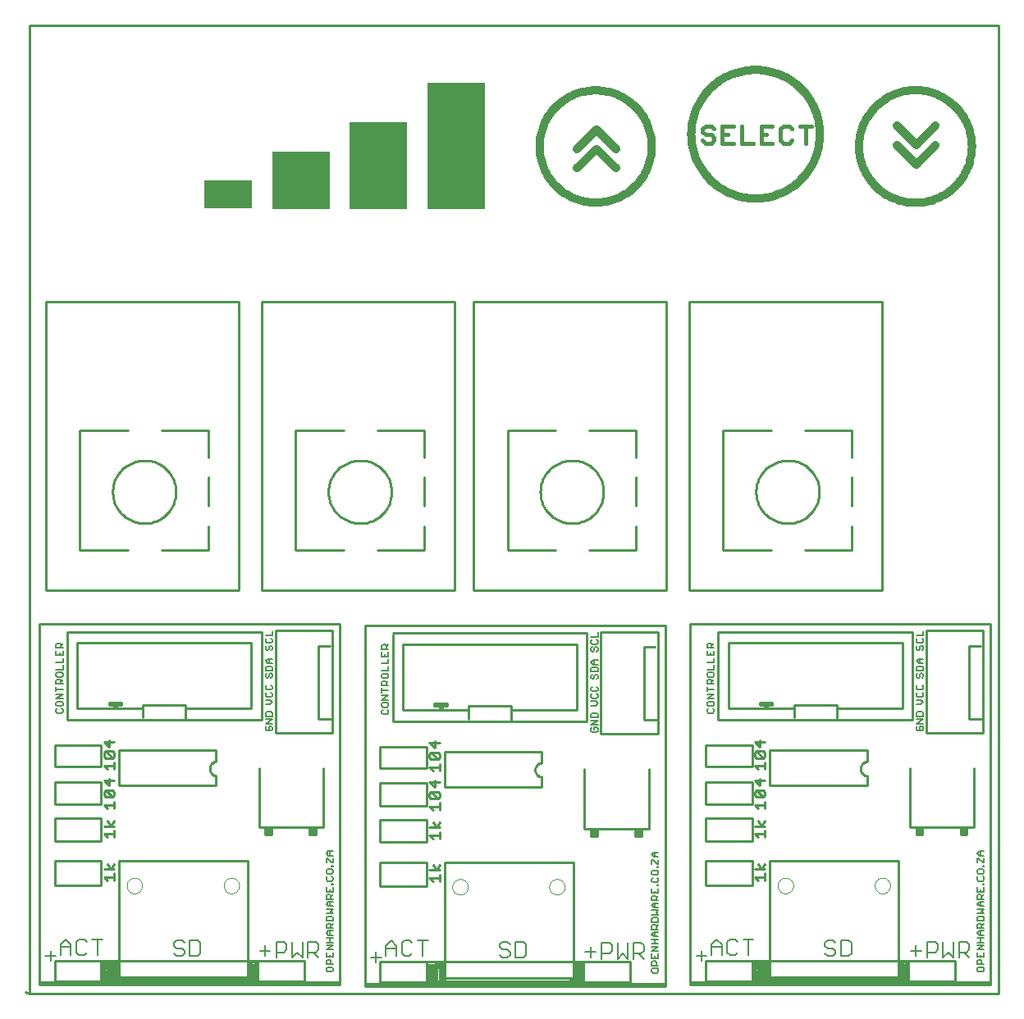
<source format=gbo>
G75*
G70*
%OFA0B0*%
%FSLAX24Y24*%
%IPPOS*%
%LPD*%
%AMOC8*
5,1,8,0,0,1.08239X$1,22.5*
%
%ADD10C,0.0100*%
%ADD11C,0.0060*%
%ADD12C,0.0090*%
%ADD13C,0.0050*%
%ADD14R,0.2362X0.3543*%
%ADD15R,0.2362X0.5118*%
%ADD16R,0.2362X0.2362*%
%ADD17R,0.1969X0.1181*%
%ADD18C,0.0320*%
%ADD19C,0.0170*%
%ADD20C,0.0000*%
D10*
X000304Y002050D02*
X000304Y041420D01*
X039674Y041420D01*
X039674Y002050D01*
X000304Y002050D01*
X000150Y002101D01*
X000714Y002408D02*
X000714Y002511D01*
X009426Y002511D01*
X009426Y002716D01*
X009375Y002665D02*
X009375Y003228D01*
X009324Y003228D01*
X009324Y003280D01*
X009221Y003280D01*
X009221Y002665D01*
X009068Y002665D01*
X009170Y002716D02*
X003943Y002716D01*
X003943Y007431D01*
X009170Y007431D01*
X009170Y002716D01*
X009273Y002665D02*
X009273Y003331D01*
X009478Y003331D01*
X009478Y002613D01*
X003840Y002613D01*
X003840Y003280D01*
X003276Y003280D01*
X003276Y003177D02*
X003584Y003177D01*
X003789Y003177D01*
X003789Y003228D01*
X003738Y003228D01*
X003738Y002613D01*
X003276Y002613D01*
X003276Y003075D01*
X003584Y003075D01*
X003584Y002767D01*
X003635Y002767D01*
X003635Y002716D01*
X003584Y002716D02*
X003584Y003126D01*
X003635Y003126D01*
X003635Y002665D01*
X003584Y002716D02*
X003533Y002716D01*
X003533Y002665D01*
X003481Y002665D01*
X003481Y002972D01*
X003430Y002972D01*
X003430Y002665D01*
X003379Y002665D01*
X003379Y002972D01*
X003328Y003023D02*
X003328Y002767D01*
X003225Y002562D02*
X003225Y003382D01*
X001329Y003382D01*
X001329Y002562D01*
X003225Y002562D01*
X009734Y002562D01*
X009580Y002562D02*
X009580Y003382D01*
X003225Y003382D01*
X003584Y003331D02*
X003584Y003177D01*
X003584Y003075D02*
X003635Y003075D01*
X003481Y003023D02*
X003481Y002972D01*
X003584Y003331D02*
X003840Y003331D01*
X003840Y002665D01*
X003789Y002665D01*
X003840Y002665D02*
X003943Y002665D01*
X000714Y002511D02*
X000714Y017066D01*
X012911Y017066D01*
X012911Y002408D01*
X000714Y002408D01*
X001329Y006457D02*
X001329Y007431D01*
X003225Y007431D01*
X003225Y006457D01*
X001329Y006457D01*
X001329Y008251D02*
X001329Y009173D01*
X003225Y009173D01*
X003225Y008251D01*
X001329Y008251D01*
X001329Y009737D02*
X001329Y010660D01*
X003225Y010660D01*
X003225Y009737D01*
X001329Y009737D01*
X001329Y011275D02*
X001329Y012146D01*
X003225Y012146D01*
X003225Y011275D01*
X001329Y011275D01*
X001841Y013171D02*
X001841Y016707D01*
X001841Y016758D02*
X009734Y016758D01*
X009734Y013171D01*
X001841Y013171D01*
X002251Y013632D02*
X003738Y013632D01*
X003738Y013786D01*
X004045Y013786D01*
X004045Y013837D01*
X004045Y013888D01*
X003943Y013888D01*
X003635Y013888D01*
X003635Y013837D01*
X003943Y013837D01*
X003943Y013888D01*
X003943Y013837D02*
X004045Y013837D01*
X003840Y013735D02*
X003840Y013683D01*
X003789Y013683D02*
X003789Y013735D01*
X003840Y013735D01*
X003738Y013786D02*
X003533Y013786D01*
X003533Y013888D01*
X003635Y013888D01*
X003738Y013632D02*
X004865Y013632D01*
X004916Y013786D02*
X004916Y013273D01*
X004916Y013786D02*
X006659Y013786D01*
X006659Y013632D01*
X009324Y013632D01*
X009324Y016297D01*
X002251Y016297D01*
X002251Y013632D01*
X003943Y011941D02*
X003943Y010506D01*
X007889Y010506D01*
X007889Y010916D01*
X007837Y010915D02*
X007806Y010926D01*
X007776Y010940D01*
X007747Y010958D01*
X007721Y010979D01*
X007698Y011003D01*
X007677Y011029D01*
X007660Y011058D01*
X007646Y011088D01*
X007635Y011120D01*
X007629Y011152D01*
X007626Y011186D01*
X007627Y011219D01*
X007632Y011252D01*
X007641Y011284D01*
X007653Y011315D01*
X007669Y011345D01*
X007688Y011372D01*
X007711Y011397D01*
X007736Y011419D01*
X007763Y011438D01*
X007792Y011454D01*
X007823Y011466D01*
X007856Y011475D01*
X007889Y011480D01*
X007889Y011941D01*
X003943Y011941D01*
X006659Y013222D02*
X006659Y013632D01*
X009631Y011223D02*
X009631Y008815D01*
X010144Y008815D01*
X010144Y008507D01*
X009888Y008507D01*
X009888Y008763D01*
X009990Y008763D02*
X009990Y008610D01*
X010041Y008610D01*
X010041Y008763D01*
X009990Y008763D01*
X009990Y008610D02*
X009939Y008610D01*
X010041Y008610D02*
X010041Y008558D01*
X010144Y008815D02*
X011681Y008815D01*
X011681Y008507D01*
X011938Y008507D01*
X011938Y008763D01*
X011886Y008763D02*
X011886Y008712D01*
X011835Y008712D01*
X011835Y008610D01*
X011886Y008610D01*
X011886Y008558D01*
X011784Y008558D02*
X011784Y008763D01*
X011886Y008763D01*
X011681Y008815D02*
X012245Y008815D01*
X012245Y011223D01*
X012604Y012658D02*
X010298Y012658D01*
X010298Y016810D01*
X012604Y016810D01*
X012604Y013222D01*
X012040Y013222D01*
X012040Y016195D01*
X012501Y016195D01*
X013936Y017015D02*
X026134Y017015D01*
X026134Y002357D01*
X013936Y002357D01*
X013936Y002460D01*
X022649Y002460D01*
X022649Y002665D01*
X022598Y002613D02*
X022598Y003177D01*
X022546Y003177D01*
X022546Y003228D01*
X022444Y003228D01*
X022444Y002613D01*
X022290Y002613D01*
X022393Y002665D02*
X017165Y002665D01*
X017165Y007380D01*
X022393Y007380D01*
X022393Y002665D01*
X022495Y002613D02*
X022598Y002613D01*
X022495Y002613D02*
X022495Y003280D01*
X022700Y003280D01*
X022700Y002562D01*
X017063Y002562D01*
X017063Y003228D01*
X016499Y003228D01*
X016499Y003126D02*
X016806Y003126D01*
X017011Y003126D01*
X017011Y003177D01*
X016960Y003177D01*
X016960Y002562D01*
X016499Y002562D01*
X016499Y003023D01*
X016806Y003023D01*
X016806Y002716D01*
X016858Y002716D01*
X016858Y002665D01*
X016858Y002613D02*
X016858Y003075D01*
X016806Y003075D01*
X016806Y002665D01*
X016755Y002665D01*
X016755Y002613D01*
X016704Y002613D01*
X016704Y002921D01*
X016653Y002921D01*
X016653Y002613D01*
X016601Y002613D01*
X016601Y002921D01*
X016550Y002972D02*
X016550Y002716D01*
X016448Y002511D02*
X016448Y003331D01*
X014551Y003331D01*
X014551Y002511D01*
X016448Y002511D01*
X022956Y002511D01*
X022803Y002511D02*
X022803Y003331D01*
X016448Y003331D01*
X016806Y003280D02*
X016806Y003126D01*
X016806Y003023D02*
X016858Y003023D01*
X016704Y002972D02*
X016704Y002921D01*
X016806Y003280D02*
X017063Y003280D01*
X017063Y002613D01*
X017011Y002613D01*
X017063Y002613D02*
X017165Y002613D01*
X013936Y002460D02*
X013936Y017015D01*
X015064Y016707D02*
X022956Y016707D01*
X022956Y013120D01*
X015064Y013120D01*
X015064Y016656D01*
X015474Y016246D02*
X015474Y013581D01*
X016960Y013581D01*
X016960Y013735D01*
X017268Y013735D01*
X017268Y013786D01*
X017268Y013837D01*
X017165Y013837D01*
X016858Y013837D01*
X016858Y013786D01*
X017165Y013786D01*
X017165Y013837D01*
X017165Y013786D02*
X017268Y013786D01*
X017063Y013683D02*
X017063Y013632D01*
X017063Y013683D02*
X017011Y013683D01*
X017011Y013632D01*
X016960Y013581D02*
X018088Y013581D01*
X018139Y013735D02*
X019881Y013735D01*
X019881Y013581D01*
X022546Y013581D01*
X022546Y016246D01*
X015474Y016246D01*
X017575Y018450D02*
X009734Y018450D01*
X009734Y030186D01*
X017575Y030186D01*
X017575Y018450D01*
X018344Y018450D02*
X026185Y018450D01*
X026185Y030186D01*
X018344Y030186D01*
X018344Y018450D01*
X019728Y020090D02*
X021675Y020090D01*
X023059Y020090D02*
X024955Y020090D01*
X024955Y021063D01*
X024955Y021883D02*
X024955Y023062D01*
X024955Y023831D02*
X024955Y024958D01*
X023059Y024958D01*
X021675Y024958D02*
X019728Y024958D01*
X019728Y020090D01*
X021059Y022447D02*
X021061Y022518D01*
X021067Y022589D01*
X021077Y022660D01*
X021091Y022730D01*
X021108Y022799D01*
X021130Y022867D01*
X021155Y022933D01*
X021184Y022999D01*
X021216Y023062D01*
X021252Y023124D01*
X021291Y023183D01*
X021334Y023240D01*
X021380Y023295D01*
X021428Y023347D01*
X021480Y023397D01*
X021534Y023443D01*
X021590Y023486D01*
X021649Y023526D01*
X021710Y023563D01*
X021773Y023596D01*
X021838Y023626D01*
X021904Y023652D01*
X021972Y023675D01*
X022041Y023693D01*
X022111Y023708D01*
X022181Y023719D01*
X022252Y023726D01*
X022323Y023729D01*
X022394Y023728D01*
X022466Y023723D01*
X022536Y023714D01*
X022606Y023701D01*
X022676Y023685D01*
X022744Y023664D01*
X022811Y023640D01*
X022877Y023612D01*
X022940Y023580D01*
X023002Y023545D01*
X023062Y023507D01*
X023120Y023465D01*
X023176Y023420D01*
X023228Y023372D01*
X023278Y023321D01*
X023326Y023268D01*
X023370Y023212D01*
X023411Y023154D01*
X023448Y023093D01*
X023482Y023031D01*
X023513Y022966D01*
X023540Y022900D01*
X023564Y022833D01*
X023583Y022764D01*
X023599Y022695D01*
X023611Y022625D01*
X023619Y022554D01*
X023623Y022483D01*
X023623Y022411D01*
X023619Y022340D01*
X023611Y022269D01*
X023599Y022199D01*
X023583Y022130D01*
X023564Y022061D01*
X023540Y021994D01*
X023513Y021928D01*
X023482Y021863D01*
X023448Y021801D01*
X023411Y021740D01*
X023370Y021682D01*
X023326Y021626D01*
X023278Y021573D01*
X023228Y021522D01*
X023176Y021474D01*
X023120Y021429D01*
X023062Y021387D01*
X023002Y021349D01*
X022940Y021314D01*
X022877Y021282D01*
X022811Y021254D01*
X022744Y021230D01*
X022676Y021209D01*
X022606Y021193D01*
X022536Y021180D01*
X022466Y021171D01*
X022394Y021166D01*
X022323Y021165D01*
X022252Y021168D01*
X022181Y021175D01*
X022111Y021186D01*
X022041Y021201D01*
X021972Y021219D01*
X021904Y021242D01*
X021838Y021268D01*
X021773Y021298D01*
X021710Y021331D01*
X021649Y021368D01*
X021590Y021408D01*
X021534Y021451D01*
X021480Y021497D01*
X021428Y021547D01*
X021380Y021599D01*
X021334Y021654D01*
X021291Y021711D01*
X021252Y021770D01*
X021216Y021832D01*
X021184Y021895D01*
X021155Y021961D01*
X021130Y022027D01*
X021108Y022095D01*
X021091Y022164D01*
X021077Y022234D01*
X021067Y022305D01*
X021061Y022376D01*
X021059Y022447D01*
X016345Y021883D02*
X016345Y023062D01*
X016345Y023831D02*
X016345Y024958D01*
X014449Y024958D01*
X013065Y024958D02*
X011118Y024958D01*
X011118Y020090D01*
X013065Y020090D01*
X014449Y020090D02*
X016345Y020090D01*
X016345Y021063D01*
X012449Y022447D02*
X012451Y022518D01*
X012457Y022589D01*
X012467Y022660D01*
X012481Y022730D01*
X012498Y022799D01*
X012520Y022867D01*
X012545Y022933D01*
X012574Y022999D01*
X012606Y023062D01*
X012642Y023124D01*
X012681Y023183D01*
X012724Y023240D01*
X012770Y023295D01*
X012818Y023347D01*
X012870Y023397D01*
X012924Y023443D01*
X012980Y023486D01*
X013039Y023526D01*
X013100Y023563D01*
X013163Y023596D01*
X013228Y023626D01*
X013294Y023652D01*
X013362Y023675D01*
X013431Y023693D01*
X013501Y023708D01*
X013571Y023719D01*
X013642Y023726D01*
X013713Y023729D01*
X013784Y023728D01*
X013856Y023723D01*
X013926Y023714D01*
X013996Y023701D01*
X014066Y023685D01*
X014134Y023664D01*
X014201Y023640D01*
X014267Y023612D01*
X014330Y023580D01*
X014392Y023545D01*
X014452Y023507D01*
X014510Y023465D01*
X014566Y023420D01*
X014618Y023372D01*
X014668Y023321D01*
X014716Y023268D01*
X014760Y023212D01*
X014801Y023154D01*
X014838Y023093D01*
X014872Y023031D01*
X014903Y022966D01*
X014930Y022900D01*
X014954Y022833D01*
X014973Y022764D01*
X014989Y022695D01*
X015001Y022625D01*
X015009Y022554D01*
X015013Y022483D01*
X015013Y022411D01*
X015009Y022340D01*
X015001Y022269D01*
X014989Y022199D01*
X014973Y022130D01*
X014954Y022061D01*
X014930Y021994D01*
X014903Y021928D01*
X014872Y021863D01*
X014838Y021801D01*
X014801Y021740D01*
X014760Y021682D01*
X014716Y021626D01*
X014668Y021573D01*
X014618Y021522D01*
X014566Y021474D01*
X014510Y021429D01*
X014452Y021387D01*
X014392Y021349D01*
X014330Y021314D01*
X014267Y021282D01*
X014201Y021254D01*
X014134Y021230D01*
X014066Y021209D01*
X013996Y021193D01*
X013926Y021180D01*
X013856Y021171D01*
X013784Y021166D01*
X013713Y021165D01*
X013642Y021168D01*
X013571Y021175D01*
X013501Y021186D01*
X013431Y021201D01*
X013362Y021219D01*
X013294Y021242D01*
X013228Y021268D01*
X013163Y021298D01*
X013100Y021331D01*
X013039Y021368D01*
X012980Y021408D01*
X012924Y021451D01*
X012870Y021497D01*
X012818Y021547D01*
X012770Y021599D01*
X012724Y021654D01*
X012681Y021711D01*
X012642Y021770D01*
X012606Y021832D01*
X012574Y021895D01*
X012545Y021961D01*
X012520Y022027D01*
X012498Y022095D01*
X012481Y022164D01*
X012467Y022234D01*
X012457Y022305D01*
X012451Y022376D01*
X012449Y022447D01*
X008811Y018450D02*
X000970Y018450D01*
X000970Y030186D01*
X008811Y030186D01*
X008811Y018450D01*
X007581Y020090D02*
X007581Y021063D01*
X007581Y021883D02*
X007581Y023062D01*
X007581Y023831D02*
X007581Y024958D01*
X005685Y024958D01*
X004301Y024958D02*
X002354Y024958D01*
X002354Y020090D01*
X004301Y020090D01*
X005685Y020090D02*
X007581Y020090D01*
X003686Y022447D02*
X003688Y022518D01*
X003694Y022589D01*
X003704Y022660D01*
X003718Y022730D01*
X003735Y022799D01*
X003757Y022867D01*
X003782Y022933D01*
X003811Y022999D01*
X003843Y023062D01*
X003879Y023124D01*
X003918Y023183D01*
X003961Y023240D01*
X004007Y023295D01*
X004055Y023347D01*
X004107Y023397D01*
X004161Y023443D01*
X004217Y023486D01*
X004276Y023526D01*
X004337Y023563D01*
X004400Y023596D01*
X004465Y023626D01*
X004531Y023652D01*
X004599Y023675D01*
X004668Y023693D01*
X004738Y023708D01*
X004808Y023719D01*
X004879Y023726D01*
X004950Y023729D01*
X005021Y023728D01*
X005093Y023723D01*
X005163Y023714D01*
X005233Y023701D01*
X005303Y023685D01*
X005371Y023664D01*
X005438Y023640D01*
X005504Y023612D01*
X005567Y023580D01*
X005629Y023545D01*
X005689Y023507D01*
X005747Y023465D01*
X005803Y023420D01*
X005855Y023372D01*
X005905Y023321D01*
X005953Y023268D01*
X005997Y023212D01*
X006038Y023154D01*
X006075Y023093D01*
X006109Y023031D01*
X006140Y022966D01*
X006167Y022900D01*
X006191Y022833D01*
X006210Y022764D01*
X006226Y022695D01*
X006238Y022625D01*
X006246Y022554D01*
X006250Y022483D01*
X006250Y022411D01*
X006246Y022340D01*
X006238Y022269D01*
X006226Y022199D01*
X006210Y022130D01*
X006191Y022061D01*
X006167Y021994D01*
X006140Y021928D01*
X006109Y021863D01*
X006075Y021801D01*
X006038Y021740D01*
X005997Y021682D01*
X005953Y021626D01*
X005905Y021573D01*
X005855Y021522D01*
X005803Y021474D01*
X005747Y021429D01*
X005689Y021387D01*
X005629Y021349D01*
X005567Y021314D01*
X005504Y021282D01*
X005438Y021254D01*
X005371Y021230D01*
X005303Y021209D01*
X005233Y021193D01*
X005163Y021180D01*
X005093Y021171D01*
X005021Y021166D01*
X004950Y021165D01*
X004879Y021168D01*
X004808Y021175D01*
X004738Y021186D01*
X004668Y021201D01*
X004599Y021219D01*
X004531Y021242D01*
X004465Y021268D01*
X004400Y021298D01*
X004337Y021331D01*
X004276Y021368D01*
X004217Y021408D01*
X004161Y021451D01*
X004107Y021497D01*
X004055Y021547D01*
X004007Y021599D01*
X003961Y021654D01*
X003918Y021711D01*
X003879Y021770D01*
X003843Y021832D01*
X003811Y021895D01*
X003782Y021961D01*
X003757Y022027D01*
X003735Y022095D01*
X003718Y022164D01*
X003704Y022234D01*
X003694Y022305D01*
X003688Y022376D01*
X003686Y022447D01*
X012604Y013222D02*
X012604Y012658D01*
X014551Y012095D02*
X014551Y011223D01*
X016448Y011223D01*
X016448Y012095D01*
X014551Y012095D01*
X014551Y010608D02*
X014551Y009686D01*
X016448Y009686D01*
X016448Y010608D01*
X014551Y010608D01*
X014551Y009122D02*
X014551Y008200D01*
X016448Y008200D01*
X016448Y009122D01*
X014551Y009122D01*
X014551Y007380D02*
X014551Y006406D01*
X016448Y006406D01*
X016448Y007380D01*
X014551Y007380D01*
X017165Y010455D02*
X017165Y011890D01*
X021111Y011890D01*
X021111Y011428D01*
X021111Y011429D02*
X021078Y011424D01*
X021045Y011415D01*
X021014Y011403D01*
X020985Y011387D01*
X020958Y011368D01*
X020933Y011346D01*
X020910Y011321D01*
X020891Y011294D01*
X020875Y011264D01*
X020863Y011233D01*
X020854Y011201D01*
X020849Y011168D01*
X020848Y011135D01*
X020851Y011101D01*
X020857Y011069D01*
X020868Y011037D01*
X020882Y011007D01*
X020899Y010978D01*
X020920Y010952D01*
X020943Y010928D01*
X020969Y010907D01*
X020998Y010889D01*
X021028Y010875D01*
X021059Y010864D01*
X021111Y010865D02*
X021111Y010455D01*
X017165Y010455D01*
X018139Y013222D02*
X018139Y013735D01*
X016960Y013735D02*
X016755Y013735D01*
X016755Y013837D01*
X016858Y013837D01*
X019881Y013581D02*
X019881Y013171D01*
X022854Y011172D02*
X022854Y008763D01*
X023366Y008763D01*
X023366Y008456D01*
X023110Y008456D01*
X023110Y008712D01*
X023213Y008712D02*
X023213Y008558D01*
X023264Y008558D01*
X023264Y008712D01*
X023213Y008712D01*
X023213Y008558D02*
X023161Y008558D01*
X023264Y008558D02*
X023264Y008507D01*
X023366Y008763D02*
X024904Y008763D01*
X024904Y008456D01*
X025160Y008456D01*
X025160Y008712D01*
X025109Y008712D02*
X025109Y008661D01*
X025058Y008661D01*
X025058Y008558D01*
X025109Y008558D01*
X025109Y008507D01*
X025006Y008507D02*
X025006Y008712D01*
X025109Y008712D01*
X024904Y008763D02*
X025468Y008763D01*
X025468Y011172D01*
X025826Y012607D02*
X023520Y012607D01*
X023520Y016758D01*
X025826Y016758D01*
X025826Y013171D01*
X025263Y013171D01*
X025263Y016143D01*
X025724Y016143D01*
X027159Y017066D02*
X039356Y017066D01*
X039356Y002408D01*
X027159Y002408D01*
X027159Y002511D01*
X035871Y002511D01*
X035871Y002716D01*
X035820Y002665D02*
X035820Y003228D01*
X035769Y003228D01*
X035769Y003280D01*
X035666Y003280D01*
X035666Y002665D01*
X035513Y002665D01*
X035615Y002716D02*
X030388Y002716D01*
X030388Y007431D01*
X035615Y007431D01*
X035615Y002716D01*
X035718Y002665D02*
X035820Y002665D01*
X035718Y002665D02*
X035718Y003331D01*
X035923Y003331D01*
X035923Y002613D01*
X030285Y002613D01*
X030285Y003280D01*
X029721Y003280D01*
X029721Y003177D02*
X030029Y003177D01*
X030234Y003177D01*
X030234Y003228D01*
X030183Y003228D01*
X030183Y002613D01*
X029721Y002613D01*
X029721Y003075D01*
X030029Y003075D01*
X030029Y002767D01*
X030080Y002767D01*
X030080Y002716D01*
X030029Y002716D02*
X029978Y002716D01*
X029978Y002665D01*
X029926Y002665D01*
X029926Y002972D01*
X029875Y002972D01*
X029875Y002665D01*
X029824Y002665D01*
X029824Y002972D01*
X029773Y003023D02*
X029773Y002767D01*
X029670Y002562D02*
X029670Y003382D01*
X027774Y003382D01*
X027774Y002562D01*
X029670Y002562D01*
X036179Y002562D01*
X036025Y002562D02*
X036025Y003382D01*
X029670Y003382D01*
X030029Y003331D02*
X030029Y003177D01*
X030029Y003126D02*
X030029Y002716D01*
X030080Y002665D02*
X030080Y003126D01*
X030029Y003126D01*
X030029Y003075D02*
X030080Y003075D01*
X029926Y003023D02*
X029926Y002972D01*
X030029Y003331D02*
X030285Y003331D01*
X030285Y002665D01*
X030234Y002665D01*
X030285Y002665D02*
X030388Y002665D01*
X027159Y002511D02*
X027159Y017066D01*
X028286Y016758D02*
X036179Y016758D01*
X036179Y013171D01*
X028286Y013171D01*
X028286Y016707D01*
X028696Y016297D02*
X028696Y013632D01*
X030183Y013632D01*
X030183Y013786D01*
X030490Y013786D01*
X030490Y013837D01*
X030490Y013888D01*
X030388Y013888D01*
X030080Y013888D01*
X030080Y013837D01*
X030388Y013837D01*
X030388Y013888D01*
X030388Y013837D02*
X030490Y013837D01*
X030285Y013735D02*
X030285Y013683D01*
X030234Y013683D02*
X030234Y013735D01*
X030285Y013735D01*
X030183Y013786D02*
X029978Y013786D01*
X029978Y013888D01*
X030080Y013888D01*
X030183Y013632D02*
X031310Y013632D01*
X031361Y013786D02*
X031361Y013273D01*
X031361Y013786D02*
X033104Y013786D01*
X033104Y013632D01*
X035769Y013632D01*
X035769Y016297D01*
X028696Y016297D01*
X027108Y018450D02*
X034949Y018450D01*
X034949Y030186D01*
X027108Y030186D01*
X027108Y018450D01*
X028491Y020090D02*
X030439Y020090D01*
X031823Y020090D02*
X033719Y020090D01*
X033719Y021063D01*
X033719Y021883D02*
X033719Y023062D01*
X033719Y023831D02*
X033719Y024958D01*
X031823Y024958D01*
X030439Y024958D02*
X028491Y024958D01*
X028491Y020090D01*
X029823Y022447D02*
X029825Y022518D01*
X029831Y022589D01*
X029841Y022660D01*
X029855Y022730D01*
X029872Y022799D01*
X029894Y022867D01*
X029919Y022933D01*
X029948Y022999D01*
X029980Y023062D01*
X030016Y023124D01*
X030055Y023183D01*
X030098Y023240D01*
X030144Y023295D01*
X030192Y023347D01*
X030244Y023397D01*
X030298Y023443D01*
X030354Y023486D01*
X030413Y023526D01*
X030474Y023563D01*
X030537Y023596D01*
X030602Y023626D01*
X030668Y023652D01*
X030736Y023675D01*
X030805Y023693D01*
X030875Y023708D01*
X030945Y023719D01*
X031016Y023726D01*
X031087Y023729D01*
X031158Y023728D01*
X031230Y023723D01*
X031300Y023714D01*
X031370Y023701D01*
X031440Y023685D01*
X031508Y023664D01*
X031575Y023640D01*
X031641Y023612D01*
X031704Y023580D01*
X031766Y023545D01*
X031826Y023507D01*
X031884Y023465D01*
X031940Y023420D01*
X031992Y023372D01*
X032042Y023321D01*
X032090Y023268D01*
X032134Y023212D01*
X032175Y023154D01*
X032212Y023093D01*
X032246Y023031D01*
X032277Y022966D01*
X032304Y022900D01*
X032328Y022833D01*
X032347Y022764D01*
X032363Y022695D01*
X032375Y022625D01*
X032383Y022554D01*
X032387Y022483D01*
X032387Y022411D01*
X032383Y022340D01*
X032375Y022269D01*
X032363Y022199D01*
X032347Y022130D01*
X032328Y022061D01*
X032304Y021994D01*
X032277Y021928D01*
X032246Y021863D01*
X032212Y021801D01*
X032175Y021740D01*
X032134Y021682D01*
X032090Y021626D01*
X032042Y021573D01*
X031992Y021522D01*
X031940Y021474D01*
X031884Y021429D01*
X031826Y021387D01*
X031766Y021349D01*
X031704Y021314D01*
X031641Y021282D01*
X031575Y021254D01*
X031508Y021230D01*
X031440Y021209D01*
X031370Y021193D01*
X031300Y021180D01*
X031230Y021171D01*
X031158Y021166D01*
X031087Y021165D01*
X031016Y021168D01*
X030945Y021175D01*
X030875Y021186D01*
X030805Y021201D01*
X030736Y021219D01*
X030668Y021242D01*
X030602Y021268D01*
X030537Y021298D01*
X030474Y021331D01*
X030413Y021368D01*
X030354Y021408D01*
X030298Y021451D01*
X030244Y021497D01*
X030192Y021547D01*
X030144Y021599D01*
X030098Y021654D01*
X030055Y021711D01*
X030016Y021770D01*
X029980Y021832D01*
X029948Y021895D01*
X029919Y021961D01*
X029894Y022027D01*
X029872Y022095D01*
X029855Y022164D01*
X029841Y022234D01*
X029831Y022305D01*
X029825Y022376D01*
X029823Y022447D01*
X036743Y016810D02*
X036743Y012658D01*
X039049Y012658D01*
X039049Y013222D01*
X038485Y013222D01*
X038485Y016195D01*
X038946Y016195D01*
X039049Y016810D02*
X039049Y013222D01*
X038690Y011223D02*
X038690Y008815D01*
X038126Y008815D01*
X038126Y008507D01*
X038383Y008507D01*
X038383Y008763D01*
X038331Y008763D02*
X038331Y008712D01*
X038280Y008712D01*
X038280Y008610D01*
X038331Y008610D01*
X038331Y008558D01*
X038229Y008558D02*
X038229Y008763D01*
X038331Y008763D01*
X038126Y008815D02*
X036589Y008815D01*
X036589Y008507D01*
X036333Y008507D01*
X036333Y008763D01*
X036435Y008763D02*
X036435Y008610D01*
X036486Y008610D01*
X036486Y008763D01*
X036435Y008763D01*
X036435Y008610D02*
X036384Y008610D01*
X036486Y008610D02*
X036486Y008558D01*
X036589Y008815D02*
X036076Y008815D01*
X036076Y011223D01*
X034334Y011480D02*
X034301Y011475D01*
X034268Y011466D01*
X034237Y011454D01*
X034208Y011438D01*
X034181Y011419D01*
X034156Y011397D01*
X034133Y011372D01*
X034114Y011345D01*
X034098Y011315D01*
X034086Y011284D01*
X034077Y011252D01*
X034072Y011219D01*
X034071Y011186D01*
X034074Y011152D01*
X034080Y011120D01*
X034091Y011088D01*
X034105Y011058D01*
X034122Y011029D01*
X034143Y011003D01*
X034166Y010979D01*
X034192Y010958D01*
X034221Y010940D01*
X034251Y010926D01*
X034282Y010915D01*
X034334Y010916D02*
X034334Y010506D01*
X030388Y010506D01*
X030388Y011941D01*
X034334Y011941D01*
X034334Y011480D01*
X033104Y013222D02*
X033104Y013632D01*
X029670Y012146D02*
X029670Y011275D01*
X027774Y011275D01*
X027774Y012146D01*
X029670Y012146D01*
X029670Y010660D02*
X029670Y009737D01*
X027774Y009737D01*
X027774Y010660D01*
X029670Y010660D01*
X029670Y009173D02*
X029670Y008251D01*
X027774Y008251D01*
X027774Y009173D01*
X029670Y009173D01*
X029670Y007431D02*
X027774Y007431D01*
X027774Y006457D01*
X029670Y006457D01*
X029670Y007431D01*
X026083Y002460D02*
X022649Y002460D01*
X022803Y002511D02*
X024699Y002511D01*
X024699Y003331D01*
X022803Y003331D01*
X022649Y003177D02*
X022598Y003177D01*
X025826Y012607D02*
X025826Y013171D01*
X035820Y003228D02*
X035871Y003228D01*
X036025Y003382D02*
X037921Y003382D01*
X037921Y002562D01*
X036025Y002562D01*
X035871Y002511D02*
X039305Y002511D01*
X039049Y016810D02*
X036743Y016810D01*
X012860Y002511D02*
X009426Y002511D01*
X009375Y002665D02*
X009273Y002665D01*
X009580Y002562D02*
X011476Y002562D01*
X011476Y003382D01*
X009580Y003382D01*
X009426Y003228D02*
X009375Y003228D01*
D11*
X009875Y003570D02*
X009875Y003997D01*
X009661Y003784D02*
X010088Y003784D01*
X010328Y003728D02*
X010648Y003728D01*
X010755Y003835D01*
X010755Y004049D01*
X010648Y004155D01*
X010328Y004155D01*
X010328Y003515D01*
X010972Y003515D02*
X011186Y003728D01*
X011399Y003515D01*
X011399Y004155D01*
X011617Y004155D02*
X011617Y003515D01*
X011617Y003728D02*
X011937Y003728D01*
X012044Y003835D01*
X012044Y004049D01*
X011937Y004155D01*
X011617Y004155D01*
X011830Y003728D02*
X012044Y003515D01*
X010972Y003515D02*
X010972Y004155D01*
X014171Y003527D02*
X014598Y003527D01*
X014786Y003566D02*
X014786Y003993D01*
X015000Y004207D01*
X015213Y003993D01*
X015213Y003566D01*
X015431Y003673D02*
X015538Y003566D01*
X015751Y003566D01*
X015858Y003673D01*
X015858Y004100D02*
X015751Y004207D01*
X015538Y004207D01*
X015431Y004100D01*
X015431Y003673D01*
X015213Y003886D02*
X014786Y003886D01*
X014385Y003741D02*
X014385Y003314D01*
X016075Y004207D02*
X016502Y004207D01*
X016289Y004207D02*
X016289Y003566D01*
X019399Y003621D02*
X019506Y003515D01*
X019719Y003515D01*
X019826Y003621D01*
X019826Y003728D01*
X019719Y003835D01*
X019506Y003835D01*
X019399Y003942D01*
X019399Y004049D01*
X019506Y004155D01*
X019719Y004155D01*
X019826Y004049D01*
X020043Y004155D02*
X020043Y003515D01*
X020364Y003515D01*
X020470Y003621D01*
X020470Y004049D01*
X020364Y004155D01*
X020043Y004155D01*
X022884Y003732D02*
X023311Y003732D01*
X023550Y003677D02*
X023870Y003677D01*
X023977Y003784D01*
X023977Y003997D01*
X023870Y004104D01*
X023550Y004104D01*
X023550Y003463D01*
X023097Y003519D02*
X023097Y003946D01*
X024195Y004104D02*
X024195Y003463D01*
X024408Y003677D01*
X024622Y003463D01*
X024622Y004104D01*
X024839Y004104D02*
X024839Y003463D01*
X024839Y003677D02*
X025159Y003677D01*
X025266Y003784D01*
X025266Y003997D01*
X025159Y004104D01*
X024839Y004104D01*
X025053Y003677D02*
X025266Y003463D01*
X027394Y003579D02*
X027821Y003579D01*
X028009Y003617D02*
X028009Y004044D01*
X028222Y004258D01*
X028436Y004044D01*
X028436Y003617D01*
X028653Y003724D02*
X028760Y003617D01*
X028974Y003617D01*
X029080Y003724D01*
X028653Y003724D02*
X028653Y004151D01*
X028760Y004258D01*
X028974Y004258D01*
X029080Y004151D01*
X029298Y004258D02*
X029725Y004258D01*
X029511Y004258D02*
X029511Y003617D01*
X028436Y003937D02*
X028009Y003937D01*
X027607Y003792D02*
X027607Y003365D01*
X032621Y003673D02*
X032728Y003566D01*
X032942Y003566D01*
X033048Y003673D01*
X033048Y003779D01*
X032942Y003886D01*
X032728Y003886D01*
X032621Y003993D01*
X032621Y004100D01*
X032728Y004207D01*
X032942Y004207D01*
X033048Y004100D01*
X033266Y004207D02*
X033266Y003566D01*
X033586Y003566D01*
X033693Y003673D01*
X033693Y004100D01*
X033586Y004207D01*
X033266Y004207D01*
X036106Y003784D02*
X036533Y003784D01*
X036773Y003728D02*
X037093Y003728D01*
X037200Y003835D01*
X037200Y004049D01*
X037093Y004155D01*
X036773Y004155D01*
X036773Y003515D01*
X037417Y003515D02*
X037417Y004155D01*
X037844Y004155D02*
X037844Y003515D01*
X037631Y003728D01*
X037417Y003515D01*
X038062Y003515D02*
X038062Y004155D01*
X038382Y004155D01*
X038489Y004049D01*
X038489Y003835D01*
X038382Y003728D01*
X038062Y003728D01*
X038275Y003728D02*
X038489Y003515D01*
X036320Y003570D02*
X036320Y003997D01*
X007248Y004100D02*
X007248Y003673D01*
X007141Y003566D01*
X006821Y003566D01*
X006821Y004207D01*
X007141Y004207D01*
X007248Y004100D01*
X006603Y004100D02*
X006497Y004207D01*
X006283Y004207D01*
X006176Y004100D01*
X006176Y003993D01*
X006283Y003886D01*
X006497Y003886D01*
X006603Y003779D01*
X006603Y003673D01*
X006497Y003566D01*
X006283Y003566D01*
X006176Y003673D01*
X003280Y004258D02*
X002853Y004258D01*
X003066Y004258D02*
X003066Y003617D01*
X002635Y003724D02*
X002529Y003617D01*
X002315Y003617D01*
X002208Y003724D01*
X002208Y004151D01*
X002315Y004258D01*
X002529Y004258D01*
X002635Y004151D01*
X001991Y004044D02*
X001991Y003617D01*
X001991Y003937D02*
X001564Y003937D01*
X001564Y004044D02*
X001777Y004258D01*
X001991Y004044D01*
X001564Y004044D02*
X001564Y003617D01*
X001376Y003579D02*
X000949Y003579D01*
X001162Y003792D02*
X001162Y003365D01*
D12*
X003470Y006656D02*
X003333Y006793D01*
X003744Y006793D01*
X003744Y006656D02*
X003744Y006930D01*
X003744Y007116D02*
X003333Y007116D01*
X003470Y007322D02*
X003607Y007116D01*
X003744Y007322D01*
X003744Y008398D02*
X003744Y008672D01*
X003744Y008535D02*
X003333Y008535D01*
X003470Y008398D01*
X003333Y008859D02*
X003744Y008859D01*
X003607Y008859D02*
X003470Y009064D01*
X003607Y008859D02*
X003744Y009064D01*
X003744Y009577D02*
X003744Y009851D01*
X003744Y009714D02*
X003333Y009714D01*
X003470Y009577D01*
X003402Y010038D02*
X003333Y010106D01*
X003333Y010243D01*
X003402Y010311D01*
X003675Y010038D01*
X003744Y010106D01*
X003744Y010243D01*
X003675Y010311D01*
X003402Y010311D01*
X003539Y010498D02*
X003539Y010772D01*
X003744Y010703D02*
X003333Y010703D01*
X003539Y010498D01*
X003675Y010038D02*
X003402Y010038D01*
X003470Y011166D02*
X003333Y011303D01*
X003744Y011303D01*
X003744Y011166D02*
X003744Y011440D01*
X003675Y011626D02*
X003402Y011900D01*
X003675Y011900D01*
X003744Y011832D01*
X003744Y011695D01*
X003675Y011626D01*
X003402Y011626D01*
X003333Y011695D01*
X003333Y011832D01*
X003402Y011900D01*
X003539Y012087D02*
X003539Y012360D01*
X003744Y012292D02*
X003333Y012292D01*
X003539Y012087D01*
X016556Y012241D02*
X016761Y012035D01*
X016761Y012309D01*
X016966Y012241D02*
X016556Y012241D01*
X016624Y011849D02*
X016898Y011575D01*
X016966Y011643D01*
X016966Y011780D01*
X016898Y011849D01*
X016624Y011849D01*
X016556Y011780D01*
X016556Y011643D01*
X016624Y011575D01*
X016898Y011575D01*
X016966Y011388D02*
X016966Y011115D01*
X016966Y011251D02*
X016556Y011251D01*
X016693Y011115D01*
X016761Y010720D02*
X016761Y010447D01*
X016556Y010652D01*
X016966Y010652D01*
X016898Y010260D02*
X016624Y010260D01*
X016898Y009986D01*
X016966Y010055D01*
X016966Y010192D01*
X016898Y010260D01*
X016898Y009986D02*
X016624Y009986D01*
X016556Y010055D01*
X016556Y010192D01*
X016624Y010260D01*
X016966Y009800D02*
X016966Y009526D01*
X016966Y009663D02*
X016556Y009663D01*
X016693Y009526D01*
X016693Y009013D02*
X016829Y008808D01*
X016966Y009013D01*
X016966Y008808D02*
X016556Y008808D01*
X016556Y008484D02*
X016966Y008484D01*
X016966Y008347D02*
X016966Y008621D01*
X016693Y008347D02*
X016556Y008484D01*
X016693Y007270D02*
X016829Y007065D01*
X016966Y007270D01*
X016966Y007065D02*
X016556Y007065D01*
X016556Y006741D02*
X016966Y006741D01*
X016966Y006605D02*
X016966Y006878D01*
X016693Y006605D02*
X016556Y006741D01*
X029778Y006793D02*
X029915Y006656D01*
X029778Y006793D02*
X030189Y006793D01*
X030189Y006656D02*
X030189Y006930D01*
X030189Y007116D02*
X029778Y007116D01*
X029915Y007322D02*
X030052Y007116D01*
X030189Y007322D01*
X030189Y008398D02*
X030189Y008672D01*
X030189Y008535D02*
X029778Y008535D01*
X029915Y008398D01*
X029778Y008859D02*
X030189Y008859D01*
X030052Y008859D02*
X029915Y009064D01*
X030052Y008859D02*
X030189Y009064D01*
X030189Y009577D02*
X030189Y009851D01*
X030189Y009714D02*
X029778Y009714D01*
X029915Y009577D01*
X029847Y010038D02*
X029778Y010106D01*
X029778Y010243D01*
X029847Y010311D01*
X030120Y010038D01*
X030189Y010106D01*
X030189Y010243D01*
X030120Y010311D01*
X029847Y010311D01*
X029984Y010498D02*
X029778Y010703D01*
X030189Y010703D01*
X029984Y010772D02*
X029984Y010498D01*
X030120Y010038D02*
X029847Y010038D01*
X029915Y011166D02*
X029778Y011303D01*
X030189Y011303D01*
X030189Y011166D02*
X030189Y011440D01*
X030120Y011626D02*
X029847Y011900D01*
X030120Y011900D01*
X030189Y011832D01*
X030189Y011695D01*
X030120Y011626D01*
X029847Y011626D01*
X029778Y011695D01*
X029778Y011832D01*
X029847Y011900D01*
X029984Y012087D02*
X029778Y012292D01*
X030189Y012292D01*
X029984Y012360D02*
X029984Y012087D01*
D13*
X028108Y013497D02*
X028108Y013587D01*
X028062Y013632D01*
X028062Y013747D02*
X027882Y013747D01*
X027837Y013792D01*
X027837Y013882D01*
X027882Y013927D01*
X028062Y013927D01*
X028108Y013882D01*
X028108Y013792D01*
X028062Y013747D01*
X027882Y013632D02*
X027837Y013587D01*
X027837Y013497D01*
X027882Y013452D01*
X028062Y013452D01*
X028108Y013497D01*
X028108Y014042D02*
X027837Y014042D01*
X028108Y014222D01*
X027837Y014222D01*
X027837Y014336D02*
X027837Y014516D01*
X027837Y014426D02*
X028108Y014426D01*
X028108Y014631D02*
X027837Y014631D01*
X027837Y014766D01*
X027882Y014811D01*
X027972Y014811D01*
X028017Y014766D01*
X028017Y014631D01*
X028017Y014721D02*
X028108Y014811D01*
X028062Y014925D02*
X028108Y014971D01*
X028108Y015061D01*
X028062Y015106D01*
X027882Y015106D01*
X027837Y015061D01*
X027837Y014971D01*
X027882Y014925D01*
X028062Y014925D01*
X028108Y015220D02*
X027837Y015220D01*
X028108Y015220D02*
X028108Y015400D01*
X028108Y015515D02*
X027837Y015515D01*
X028108Y015515D02*
X028108Y015695D01*
X028108Y015809D02*
X028108Y015990D01*
X028108Y016104D02*
X027837Y016104D01*
X027837Y016239D01*
X027882Y016284D01*
X027972Y016284D01*
X028017Y016239D01*
X028017Y016104D01*
X028017Y016194D02*
X028108Y016284D01*
X027837Y015990D02*
X027837Y015809D01*
X028108Y015809D01*
X027972Y015809D02*
X027972Y015900D01*
X023393Y016009D02*
X023347Y015963D01*
X023393Y016009D02*
X023393Y016099D01*
X023347Y016144D01*
X023302Y016144D01*
X023257Y016099D01*
X023257Y016009D01*
X023212Y015963D01*
X023167Y015963D01*
X023122Y016009D01*
X023122Y016099D01*
X023167Y016144D01*
X023167Y016258D02*
X023347Y016258D01*
X023393Y016303D01*
X023393Y016393D01*
X023347Y016438D01*
X023393Y016553D02*
X023393Y016733D01*
X023393Y016553D02*
X023122Y016553D01*
X023167Y016438D02*
X023122Y016393D01*
X023122Y016303D01*
X023167Y016258D01*
X023212Y015605D02*
X023122Y015515D01*
X023212Y015425D01*
X023393Y015425D01*
X023347Y015311D02*
X023167Y015311D01*
X023122Y015266D01*
X023122Y015131D01*
X023393Y015131D01*
X023393Y015266D01*
X023347Y015311D01*
X023257Y015425D02*
X023257Y015605D01*
X023212Y015605D02*
X023393Y015605D01*
X023347Y015016D02*
X023393Y014971D01*
X023393Y014881D01*
X023347Y014836D01*
X023257Y014881D02*
X023257Y014971D01*
X023302Y015016D01*
X023347Y015016D01*
X023257Y014881D02*
X023212Y014836D01*
X023167Y014836D01*
X023122Y014881D01*
X023122Y014971D01*
X023167Y015016D01*
X023167Y014529D02*
X023122Y014484D01*
X023122Y014394D01*
X023167Y014349D01*
X023347Y014349D01*
X023393Y014394D01*
X023393Y014484D01*
X023347Y014529D01*
X023347Y014235D02*
X023393Y014189D01*
X023393Y014099D01*
X023347Y014054D01*
X023167Y014054D01*
X023122Y014099D01*
X023122Y014189D01*
X023167Y014235D01*
X023122Y013940D02*
X023302Y013940D01*
X023393Y013850D01*
X023302Y013760D01*
X023122Y013760D01*
X023167Y013453D02*
X023122Y013408D01*
X023122Y013273D01*
X023393Y013273D01*
X023393Y013408D01*
X023347Y013453D01*
X023167Y013453D01*
X023122Y013158D02*
X023393Y013158D01*
X023122Y012978D01*
X023393Y012978D01*
X023347Y012864D02*
X023257Y012864D01*
X023257Y012774D01*
X023167Y012864D02*
X023122Y012819D01*
X023122Y012729D01*
X023167Y012683D01*
X023347Y012683D01*
X023393Y012729D01*
X023393Y012819D01*
X023347Y012864D01*
X025672Y007789D02*
X025853Y007789D01*
X025717Y007789D02*
X025717Y007609D01*
X025672Y007609D02*
X025582Y007699D01*
X025672Y007789D01*
X025672Y007609D02*
X025853Y007609D01*
X025853Y007495D02*
X025853Y007314D01*
X025807Y007314D01*
X025627Y007495D01*
X025582Y007495D01*
X025582Y007314D01*
X025807Y007212D02*
X025853Y007212D01*
X025853Y007167D01*
X025807Y007167D01*
X025807Y007212D01*
X025807Y007053D02*
X025627Y007053D01*
X025582Y007008D01*
X025582Y006918D01*
X025627Y006873D01*
X025807Y006873D01*
X025853Y006918D01*
X025853Y007008D01*
X025807Y007053D01*
X025807Y006758D02*
X025853Y006713D01*
X025853Y006623D01*
X025807Y006578D01*
X025627Y006578D01*
X025582Y006623D01*
X025582Y006713D01*
X025627Y006758D01*
X025807Y006476D02*
X025853Y006476D01*
X025853Y006431D01*
X025807Y006431D01*
X025807Y006476D01*
X025853Y006316D02*
X025853Y006136D01*
X025582Y006136D01*
X025582Y006316D01*
X025717Y006226D02*
X025717Y006136D01*
X025717Y006021D02*
X025762Y005976D01*
X025762Y005841D01*
X025762Y005931D02*
X025853Y006021D01*
X025717Y006021D02*
X025627Y006021D01*
X025582Y005976D01*
X025582Y005841D01*
X025853Y005841D01*
X025853Y005727D02*
X025672Y005727D01*
X025582Y005637D01*
X025672Y005547D01*
X025853Y005547D01*
X025853Y005432D02*
X025582Y005432D01*
X025717Y005547D02*
X025717Y005727D01*
X025853Y005432D02*
X025762Y005342D01*
X025853Y005252D01*
X025582Y005252D01*
X025627Y005137D02*
X025582Y005092D01*
X025582Y004957D01*
X025853Y004957D01*
X025853Y005092D01*
X025807Y005137D01*
X025627Y005137D01*
X025627Y004843D02*
X025717Y004843D01*
X025762Y004798D01*
X025762Y004663D01*
X025762Y004753D02*
X025853Y004843D01*
X025853Y004663D02*
X025582Y004663D01*
X025582Y004798D01*
X025627Y004843D01*
X025672Y004548D02*
X025853Y004548D01*
X025717Y004548D02*
X025717Y004368D01*
X025672Y004368D02*
X025582Y004458D01*
X025672Y004548D01*
X025672Y004368D02*
X025853Y004368D01*
X025853Y004253D02*
X025582Y004253D01*
X025717Y004253D02*
X025717Y004073D01*
X025582Y004073D02*
X025853Y004073D01*
X025853Y003959D02*
X025582Y003959D01*
X025582Y003779D02*
X025853Y003959D01*
X025853Y003779D02*
X025582Y003779D01*
X025582Y003664D02*
X025582Y003484D01*
X025853Y003484D01*
X025853Y003664D01*
X025717Y003574D02*
X025717Y003484D01*
X025717Y003370D02*
X025762Y003324D01*
X025762Y003189D01*
X025853Y003189D02*
X025582Y003189D01*
X025582Y003324D01*
X025627Y003370D01*
X025717Y003370D01*
X025627Y003075D02*
X025582Y003030D01*
X025582Y002940D01*
X025627Y002895D01*
X025807Y002895D01*
X025853Y002940D01*
X025853Y003030D01*
X025807Y003075D01*
X025627Y003075D01*
X036345Y012780D02*
X036390Y012735D01*
X036570Y012735D01*
X036615Y012780D01*
X036615Y012870D01*
X036570Y012915D01*
X036480Y012915D01*
X036480Y012825D01*
X036390Y012915D02*
X036345Y012870D01*
X036345Y012780D01*
X036345Y013029D02*
X036615Y013210D01*
X036345Y013210D01*
X036345Y013324D02*
X036345Y013459D01*
X036390Y013504D01*
X036570Y013504D01*
X036615Y013459D01*
X036615Y013324D01*
X036345Y013324D01*
X036345Y013029D02*
X036615Y013029D01*
X036525Y013811D02*
X036345Y013811D01*
X036525Y013811D02*
X036615Y013901D01*
X036525Y013991D01*
X036345Y013991D01*
X036390Y014106D02*
X036345Y014151D01*
X036345Y014241D01*
X036390Y014286D01*
X036390Y014400D02*
X036570Y014400D01*
X036615Y014445D01*
X036615Y014535D01*
X036570Y014580D01*
X036390Y014580D02*
X036345Y014535D01*
X036345Y014445D01*
X036390Y014400D01*
X036570Y014286D02*
X036615Y014241D01*
X036615Y014151D01*
X036570Y014106D01*
X036390Y014106D01*
X036390Y014887D02*
X036345Y014932D01*
X036345Y015022D01*
X036390Y015067D01*
X036480Y015022D02*
X036525Y015067D01*
X036570Y015067D01*
X036615Y015022D01*
X036615Y014932D01*
X036570Y014887D01*
X036480Y014932D02*
X036480Y015022D01*
X036480Y014932D02*
X036435Y014887D01*
X036390Y014887D01*
X036345Y015182D02*
X036345Y015317D01*
X036390Y015362D01*
X036570Y015362D01*
X036615Y015317D01*
X036615Y015182D01*
X036345Y015182D01*
X036435Y015477D02*
X036345Y015567D01*
X036435Y015657D01*
X036615Y015657D01*
X036480Y015657D02*
X036480Y015477D01*
X036435Y015477D02*
X036615Y015477D01*
X036570Y016015D02*
X036615Y016060D01*
X036615Y016150D01*
X036570Y016195D01*
X036525Y016195D01*
X036480Y016150D01*
X036480Y016060D01*
X036435Y016015D01*
X036390Y016015D01*
X036345Y016060D01*
X036345Y016150D01*
X036390Y016195D01*
X036390Y016309D02*
X036345Y016354D01*
X036345Y016444D01*
X036390Y016490D01*
X036345Y016604D02*
X036615Y016604D01*
X036615Y016784D01*
X036570Y016490D02*
X036615Y016444D01*
X036615Y016354D01*
X036570Y016309D01*
X036390Y016309D01*
X038895Y007841D02*
X039075Y007841D01*
X038940Y007841D02*
X038940Y007660D01*
X038895Y007660D02*
X038805Y007750D01*
X038895Y007841D01*
X038895Y007660D02*
X039075Y007660D01*
X039075Y007546D02*
X039075Y007366D01*
X039030Y007366D01*
X038850Y007546D01*
X038805Y007546D01*
X038805Y007366D01*
X039030Y007263D02*
X039075Y007263D01*
X039075Y007218D01*
X039030Y007218D01*
X039030Y007263D01*
X039030Y007104D02*
X038850Y007104D01*
X038805Y007059D01*
X038805Y006969D01*
X038850Y006924D01*
X039030Y006924D01*
X039075Y006969D01*
X039075Y007059D01*
X039030Y007104D01*
X039030Y006809D02*
X039075Y006764D01*
X039075Y006674D01*
X039030Y006629D01*
X038850Y006629D01*
X038805Y006674D01*
X038805Y006764D01*
X038850Y006809D01*
X039030Y006527D02*
X039075Y006527D01*
X039075Y006482D01*
X039030Y006482D01*
X039030Y006527D01*
X039075Y006367D02*
X039075Y006187D01*
X038805Y006187D01*
X038805Y006367D01*
X038940Y006277D02*
X038940Y006187D01*
X038940Y006073D02*
X038985Y006028D01*
X038985Y005892D01*
X039075Y005892D02*
X038805Y005892D01*
X038805Y006028D01*
X038850Y006073D01*
X038940Y006073D01*
X038985Y005983D02*
X039075Y006073D01*
X039075Y005778D02*
X038895Y005778D01*
X038805Y005688D01*
X038895Y005598D01*
X039075Y005598D01*
X039075Y005483D02*
X038805Y005483D01*
X038940Y005598D02*
X038940Y005778D01*
X039075Y005483D02*
X038985Y005393D01*
X039075Y005303D01*
X038805Y005303D01*
X038850Y005189D02*
X038805Y005144D01*
X038805Y005009D01*
X039075Y005009D01*
X039075Y005144D01*
X039030Y005189D01*
X038850Y005189D01*
X038850Y004894D02*
X038940Y004894D01*
X038985Y004849D01*
X038985Y004714D01*
X038985Y004804D02*
X039075Y004894D01*
X039075Y004714D02*
X038805Y004714D01*
X038805Y004849D01*
X038850Y004894D01*
X038895Y004599D02*
X039075Y004599D01*
X038940Y004599D02*
X038940Y004419D01*
X038895Y004419D02*
X038805Y004509D01*
X038895Y004599D01*
X038895Y004419D02*
X039075Y004419D01*
X039075Y004305D02*
X038805Y004305D01*
X038940Y004305D02*
X038940Y004125D01*
X039075Y004125D02*
X038805Y004125D01*
X038805Y004010D02*
X039075Y004010D01*
X038805Y003830D01*
X039075Y003830D01*
X039075Y003715D02*
X039075Y003535D01*
X038805Y003535D01*
X038805Y003715D01*
X038940Y003625D02*
X038940Y003535D01*
X038940Y003421D02*
X038985Y003376D01*
X038985Y003241D01*
X039075Y003241D02*
X038805Y003241D01*
X038805Y003376D01*
X038850Y003421D01*
X038940Y003421D01*
X039030Y003126D02*
X038850Y003126D01*
X038805Y003081D01*
X038805Y002991D01*
X038850Y002946D01*
X039030Y002946D01*
X039075Y002991D01*
X039075Y003081D01*
X039030Y003126D01*
X014885Y013446D02*
X014885Y013536D01*
X014840Y013581D01*
X014840Y013696D02*
X014885Y013741D01*
X014885Y013831D01*
X014840Y013876D01*
X014660Y013876D01*
X014615Y013831D01*
X014615Y013741D01*
X014660Y013696D01*
X014840Y013696D01*
X014660Y013581D02*
X014615Y013536D01*
X014615Y013446D01*
X014660Y013401D01*
X014840Y013401D01*
X014885Y013446D01*
X014885Y013990D02*
X014615Y013990D01*
X014885Y014170D01*
X014615Y014170D01*
X014615Y014285D02*
X014615Y014465D01*
X014615Y014375D02*
X014885Y014375D01*
X014885Y014580D02*
X014615Y014580D01*
X014615Y014715D01*
X014660Y014760D01*
X014750Y014760D01*
X014795Y014715D01*
X014795Y014580D01*
X014795Y014670D02*
X014885Y014760D01*
X014840Y014874D02*
X014885Y014919D01*
X014885Y015009D01*
X014840Y015054D01*
X014660Y015054D01*
X014615Y015009D01*
X014615Y014919D01*
X014660Y014874D01*
X014840Y014874D01*
X014885Y015169D02*
X014615Y015169D01*
X014885Y015169D02*
X014885Y015349D01*
X014885Y015464D02*
X014615Y015464D01*
X014885Y015464D02*
X014885Y015644D01*
X014885Y015758D02*
X014885Y015938D01*
X014885Y016053D02*
X014615Y016053D01*
X014615Y016188D01*
X014660Y016233D01*
X014750Y016233D01*
X014795Y016188D01*
X014795Y016053D01*
X014795Y016143D02*
X014885Y016233D01*
X014615Y015938D02*
X014615Y015758D01*
X014885Y015758D01*
X014750Y015758D02*
X014750Y015848D01*
X010170Y015657D02*
X009990Y015657D01*
X009900Y015567D01*
X009990Y015477D01*
X010170Y015477D01*
X010125Y015362D02*
X009945Y015362D01*
X009900Y015317D01*
X009900Y015182D01*
X010170Y015182D01*
X010170Y015317D01*
X010125Y015362D01*
X010035Y015477D02*
X010035Y015657D01*
X009990Y016015D02*
X009945Y016015D01*
X009900Y016060D01*
X009900Y016150D01*
X009945Y016195D01*
X010035Y016150D02*
X010080Y016195D01*
X010125Y016195D01*
X010170Y016150D01*
X010170Y016060D01*
X010125Y016015D01*
X010035Y016060D02*
X010035Y016150D01*
X010035Y016060D02*
X009990Y016015D01*
X009945Y016309D02*
X010125Y016309D01*
X010170Y016354D01*
X010170Y016444D01*
X010125Y016490D01*
X010170Y016604D02*
X010170Y016784D01*
X010170Y016604D02*
X009900Y016604D01*
X009945Y016490D02*
X009900Y016444D01*
X009900Y016354D01*
X009945Y016309D01*
X009945Y015067D02*
X009900Y015022D01*
X009900Y014932D01*
X009945Y014887D01*
X009990Y014887D01*
X010035Y014932D01*
X010035Y015022D01*
X010080Y015067D01*
X010125Y015067D01*
X010170Y015022D01*
X010170Y014932D01*
X010125Y014887D01*
X010125Y014580D02*
X010170Y014535D01*
X010170Y014445D01*
X010125Y014400D01*
X009945Y014400D01*
X009900Y014445D01*
X009900Y014535D01*
X009945Y014580D01*
X009945Y014286D02*
X009900Y014241D01*
X009900Y014151D01*
X009945Y014106D01*
X010125Y014106D01*
X010170Y014151D01*
X010170Y014241D01*
X010125Y014286D01*
X010080Y013991D02*
X009900Y013991D01*
X010080Y013991D02*
X010170Y013901D01*
X010080Y013811D01*
X009900Y013811D01*
X009945Y013504D02*
X009900Y013459D01*
X009900Y013324D01*
X010170Y013324D01*
X010170Y013459D01*
X010125Y013504D01*
X009945Y013504D01*
X009900Y013210D02*
X010170Y013210D01*
X009900Y013029D01*
X010170Y013029D01*
X010125Y012915D02*
X010035Y012915D01*
X010035Y012825D01*
X010125Y012915D02*
X010170Y012870D01*
X010170Y012780D01*
X010125Y012735D01*
X009945Y012735D01*
X009900Y012780D01*
X009900Y012870D01*
X009945Y012915D01*
X012450Y007841D02*
X012360Y007750D01*
X012450Y007660D01*
X012630Y007660D01*
X012630Y007546D02*
X012630Y007366D01*
X012585Y007366D01*
X012405Y007546D01*
X012360Y007546D01*
X012360Y007366D01*
X012585Y007263D02*
X012630Y007263D01*
X012630Y007218D01*
X012585Y007218D01*
X012585Y007263D01*
X012585Y007104D02*
X012405Y007104D01*
X012360Y007059D01*
X012360Y006969D01*
X012405Y006924D01*
X012585Y006924D01*
X012630Y006969D01*
X012630Y007059D01*
X012585Y007104D01*
X012585Y006809D02*
X012630Y006764D01*
X012630Y006674D01*
X012585Y006629D01*
X012405Y006629D01*
X012360Y006674D01*
X012360Y006764D01*
X012405Y006809D01*
X012585Y006527D02*
X012630Y006527D01*
X012630Y006482D01*
X012585Y006482D01*
X012585Y006527D01*
X012630Y006367D02*
X012630Y006187D01*
X012360Y006187D01*
X012360Y006367D01*
X012495Y006277D02*
X012495Y006187D01*
X012495Y006073D02*
X012540Y006028D01*
X012540Y005892D01*
X012630Y005892D02*
X012360Y005892D01*
X012360Y006028D01*
X012405Y006073D01*
X012495Y006073D01*
X012540Y005983D02*
X012630Y006073D01*
X012630Y005778D02*
X012450Y005778D01*
X012360Y005688D01*
X012450Y005598D01*
X012630Y005598D01*
X012630Y005483D02*
X012360Y005483D01*
X012495Y005598D02*
X012495Y005778D01*
X012630Y005483D02*
X012540Y005393D01*
X012630Y005303D01*
X012360Y005303D01*
X012405Y005189D02*
X012360Y005144D01*
X012360Y005009D01*
X012630Y005009D01*
X012630Y005144D01*
X012585Y005189D01*
X012405Y005189D01*
X012405Y004894D02*
X012360Y004849D01*
X012360Y004714D01*
X012630Y004714D01*
X012540Y004714D02*
X012540Y004849D01*
X012495Y004894D01*
X012405Y004894D01*
X012540Y004804D02*
X012630Y004894D01*
X012630Y004599D02*
X012450Y004599D01*
X012360Y004509D01*
X012450Y004419D01*
X012630Y004419D01*
X012630Y004305D02*
X012360Y004305D01*
X012495Y004305D02*
X012495Y004125D01*
X012630Y004125D02*
X012360Y004125D01*
X012360Y004010D02*
X012630Y004010D01*
X012360Y003830D01*
X012630Y003830D01*
X012630Y003715D02*
X012630Y003535D01*
X012360Y003535D01*
X012360Y003715D01*
X012495Y003625D02*
X012495Y003535D01*
X012495Y003421D02*
X012540Y003376D01*
X012540Y003241D01*
X012630Y003241D02*
X012360Y003241D01*
X012360Y003376D01*
X012405Y003421D01*
X012495Y003421D01*
X012585Y003126D02*
X012405Y003126D01*
X012360Y003081D01*
X012360Y002991D01*
X012405Y002946D01*
X012585Y002946D01*
X012630Y002991D01*
X012630Y003081D01*
X012585Y003126D01*
X012495Y004419D02*
X012495Y004599D01*
X012495Y007660D02*
X012495Y007841D01*
X012450Y007841D02*
X012630Y007841D01*
X001663Y013497D02*
X001663Y013587D01*
X001617Y013632D01*
X001617Y013747D02*
X001437Y013747D01*
X001392Y013792D01*
X001392Y013882D01*
X001437Y013927D01*
X001617Y013927D01*
X001663Y013882D01*
X001663Y013792D01*
X001617Y013747D01*
X001437Y013632D02*
X001392Y013587D01*
X001392Y013497D01*
X001437Y013452D01*
X001617Y013452D01*
X001663Y013497D01*
X001663Y014042D02*
X001392Y014042D01*
X001663Y014222D01*
X001392Y014222D01*
X001392Y014336D02*
X001392Y014516D01*
X001392Y014426D02*
X001663Y014426D01*
X001663Y014631D02*
X001392Y014631D01*
X001392Y014766D01*
X001437Y014811D01*
X001527Y014811D01*
X001572Y014766D01*
X001572Y014631D01*
X001572Y014721D02*
X001663Y014811D01*
X001617Y014925D02*
X001663Y014971D01*
X001663Y015061D01*
X001617Y015106D01*
X001437Y015106D01*
X001392Y015061D01*
X001392Y014971D01*
X001437Y014925D01*
X001617Y014925D01*
X001663Y015220D02*
X001392Y015220D01*
X001663Y015220D02*
X001663Y015400D01*
X001663Y015515D02*
X001392Y015515D01*
X001663Y015515D02*
X001663Y015695D01*
X001663Y015809D02*
X001663Y015990D01*
X001663Y016104D02*
X001392Y016104D01*
X001392Y016239D01*
X001437Y016284D01*
X001527Y016284D01*
X001572Y016239D01*
X001572Y016104D01*
X001572Y016194D02*
X001663Y016284D01*
X001392Y015990D02*
X001392Y015809D01*
X001663Y015809D01*
X001527Y015809D02*
X001527Y015900D01*
D14*
X014477Y035711D03*
D15*
X017627Y036499D03*
D16*
X011327Y035121D03*
D17*
X008375Y034530D03*
D18*
X022554Y035603D02*
X023342Y036391D01*
X024129Y035603D01*
X024129Y036391D02*
X023342Y037178D01*
X022554Y036391D01*
X021028Y036491D02*
X021031Y036603D01*
X021039Y036715D01*
X021053Y036826D01*
X021072Y036936D01*
X021096Y037045D01*
X021126Y037153D01*
X021161Y037259D01*
X021202Y037364D01*
X021247Y037466D01*
X021297Y037566D01*
X021353Y037664D01*
X021412Y037758D01*
X021477Y037850D01*
X021546Y037938D01*
X021619Y038023D01*
X021696Y038104D01*
X021777Y038181D01*
X021862Y038254D01*
X021950Y038323D01*
X022042Y038388D01*
X022136Y038447D01*
X022234Y038503D01*
X022334Y038553D01*
X022436Y038598D01*
X022541Y038639D01*
X022647Y038674D01*
X022755Y038704D01*
X022864Y038728D01*
X022974Y038747D01*
X023085Y038761D01*
X023197Y038769D01*
X023309Y038772D01*
X023421Y038769D01*
X023533Y038761D01*
X023644Y038747D01*
X023754Y038728D01*
X023863Y038704D01*
X023971Y038674D01*
X024077Y038639D01*
X024182Y038598D01*
X024284Y038553D01*
X024384Y038503D01*
X024482Y038447D01*
X024576Y038388D01*
X024668Y038323D01*
X024756Y038254D01*
X024841Y038181D01*
X024922Y038104D01*
X024999Y038023D01*
X025072Y037938D01*
X025141Y037850D01*
X025206Y037758D01*
X025265Y037664D01*
X025321Y037566D01*
X025371Y037466D01*
X025416Y037364D01*
X025457Y037259D01*
X025492Y037153D01*
X025522Y037045D01*
X025546Y036936D01*
X025565Y036826D01*
X025579Y036715D01*
X025587Y036603D01*
X025590Y036491D01*
X025587Y036379D01*
X025579Y036267D01*
X025565Y036156D01*
X025546Y036046D01*
X025522Y035937D01*
X025492Y035829D01*
X025457Y035723D01*
X025416Y035618D01*
X025371Y035516D01*
X025321Y035416D01*
X025265Y035318D01*
X025206Y035224D01*
X025141Y035132D01*
X025072Y035044D01*
X024999Y034959D01*
X024922Y034878D01*
X024841Y034801D01*
X024756Y034728D01*
X024668Y034659D01*
X024576Y034594D01*
X024482Y034535D01*
X024384Y034479D01*
X024284Y034429D01*
X024182Y034384D01*
X024077Y034343D01*
X023971Y034308D01*
X023863Y034278D01*
X023754Y034254D01*
X023644Y034235D01*
X023533Y034221D01*
X023421Y034213D01*
X023309Y034210D01*
X023197Y034213D01*
X023085Y034221D01*
X022974Y034235D01*
X022864Y034254D01*
X022755Y034278D01*
X022647Y034308D01*
X022541Y034343D01*
X022436Y034384D01*
X022334Y034429D01*
X022234Y034479D01*
X022136Y034535D01*
X022042Y034594D01*
X021950Y034659D01*
X021862Y034728D01*
X021777Y034801D01*
X021696Y034878D01*
X021619Y034959D01*
X021546Y035044D01*
X021477Y035132D01*
X021412Y035224D01*
X021353Y035318D01*
X021297Y035416D01*
X021247Y035516D01*
X021202Y035618D01*
X021161Y035723D01*
X021126Y035829D01*
X021096Y035937D01*
X021072Y036046D01*
X021053Y036156D01*
X021039Y036267D01*
X021031Y036379D01*
X021028Y036491D01*
X027191Y036992D02*
X027194Y037120D01*
X027204Y037248D01*
X027219Y037376D01*
X027241Y037502D01*
X027269Y037627D01*
X027304Y037751D01*
X027344Y037873D01*
X027390Y037992D01*
X027442Y038110D01*
X027500Y038224D01*
X027563Y038336D01*
X027632Y038444D01*
X027705Y038549D01*
X027784Y038650D01*
X027868Y038747D01*
X027957Y038840D01*
X028050Y038929D01*
X028147Y039013D01*
X028248Y039092D01*
X028353Y039165D01*
X028461Y039234D01*
X028573Y039297D01*
X028687Y039355D01*
X028805Y039407D01*
X028924Y039453D01*
X029046Y039493D01*
X029170Y039528D01*
X029295Y039556D01*
X029421Y039578D01*
X029549Y039593D01*
X029677Y039603D01*
X029805Y039606D01*
X029933Y039603D01*
X030061Y039593D01*
X030189Y039578D01*
X030315Y039556D01*
X030440Y039528D01*
X030564Y039493D01*
X030686Y039453D01*
X030805Y039407D01*
X030923Y039355D01*
X031037Y039297D01*
X031149Y039234D01*
X031257Y039165D01*
X031362Y039092D01*
X031463Y039013D01*
X031560Y038929D01*
X031653Y038840D01*
X031742Y038747D01*
X031826Y038650D01*
X031905Y038549D01*
X031978Y038444D01*
X032047Y038336D01*
X032110Y038224D01*
X032168Y038110D01*
X032220Y037992D01*
X032266Y037873D01*
X032306Y037751D01*
X032341Y037627D01*
X032369Y037502D01*
X032391Y037376D01*
X032406Y037248D01*
X032416Y037120D01*
X032419Y036992D01*
X032416Y036864D01*
X032406Y036736D01*
X032391Y036608D01*
X032369Y036482D01*
X032341Y036357D01*
X032306Y036233D01*
X032266Y036111D01*
X032220Y035992D01*
X032168Y035874D01*
X032110Y035760D01*
X032047Y035648D01*
X031978Y035540D01*
X031905Y035435D01*
X031826Y035334D01*
X031742Y035237D01*
X031653Y035144D01*
X031560Y035055D01*
X031463Y034971D01*
X031362Y034892D01*
X031257Y034819D01*
X031149Y034750D01*
X031037Y034687D01*
X030923Y034629D01*
X030805Y034577D01*
X030686Y034531D01*
X030564Y034491D01*
X030440Y034456D01*
X030315Y034428D01*
X030189Y034406D01*
X030061Y034391D01*
X029933Y034381D01*
X029805Y034378D01*
X029677Y034381D01*
X029549Y034391D01*
X029421Y034406D01*
X029295Y034428D01*
X029170Y034456D01*
X029046Y034491D01*
X028924Y034531D01*
X028805Y034577D01*
X028687Y034629D01*
X028573Y034687D01*
X028461Y034750D01*
X028353Y034819D01*
X028248Y034892D01*
X028147Y034971D01*
X028050Y035055D01*
X027957Y035144D01*
X027868Y035237D01*
X027784Y035334D01*
X027705Y035435D01*
X027632Y035540D01*
X027563Y035648D01*
X027500Y035760D01*
X027442Y035874D01*
X027390Y035992D01*
X027344Y036111D01*
X027304Y036233D01*
X027269Y036357D01*
X027241Y036482D01*
X027219Y036608D01*
X027204Y036736D01*
X027194Y036864D01*
X027191Y036992D01*
X035551Y037330D02*
X036338Y036543D01*
X037125Y037330D01*
X037125Y036543D02*
X036338Y035756D01*
X035551Y036543D01*
X034012Y036488D02*
X034015Y036600D01*
X034023Y036713D01*
X034037Y036824D01*
X034056Y036935D01*
X034081Y037045D01*
X034111Y037153D01*
X034146Y037260D01*
X034186Y037365D01*
X034232Y037468D01*
X034283Y037568D01*
X034338Y037666D01*
X034398Y037761D01*
X034463Y037853D01*
X034532Y037941D01*
X034605Y038027D01*
X034683Y038108D01*
X034764Y038186D01*
X034850Y038259D01*
X034938Y038328D01*
X035030Y038393D01*
X035125Y038453D01*
X035223Y038508D01*
X035323Y038559D01*
X035426Y038605D01*
X035531Y038645D01*
X035638Y038680D01*
X035746Y038710D01*
X035856Y038735D01*
X035967Y038754D01*
X036078Y038768D01*
X036191Y038776D01*
X036303Y038779D01*
X036415Y038776D01*
X036528Y038768D01*
X036639Y038754D01*
X036750Y038735D01*
X036860Y038710D01*
X036968Y038680D01*
X037075Y038645D01*
X037180Y038605D01*
X037283Y038559D01*
X037383Y038508D01*
X037481Y038453D01*
X037576Y038393D01*
X037668Y038328D01*
X037756Y038259D01*
X037842Y038186D01*
X037923Y038108D01*
X038001Y038027D01*
X038074Y037941D01*
X038143Y037853D01*
X038208Y037761D01*
X038268Y037666D01*
X038323Y037568D01*
X038374Y037468D01*
X038420Y037365D01*
X038460Y037260D01*
X038495Y037153D01*
X038525Y037045D01*
X038550Y036935D01*
X038569Y036824D01*
X038583Y036713D01*
X038591Y036600D01*
X038594Y036488D01*
X038591Y036376D01*
X038583Y036263D01*
X038569Y036152D01*
X038550Y036041D01*
X038525Y035931D01*
X038495Y035823D01*
X038460Y035716D01*
X038420Y035611D01*
X038374Y035508D01*
X038323Y035408D01*
X038268Y035310D01*
X038208Y035215D01*
X038143Y035123D01*
X038074Y035035D01*
X038001Y034949D01*
X037923Y034868D01*
X037842Y034790D01*
X037756Y034717D01*
X037668Y034648D01*
X037576Y034583D01*
X037481Y034523D01*
X037383Y034468D01*
X037283Y034417D01*
X037180Y034371D01*
X037075Y034331D01*
X036968Y034296D01*
X036860Y034266D01*
X036750Y034241D01*
X036639Y034222D01*
X036528Y034208D01*
X036415Y034200D01*
X036303Y034197D01*
X036191Y034200D01*
X036078Y034208D01*
X035967Y034222D01*
X035856Y034241D01*
X035746Y034266D01*
X035638Y034296D01*
X035531Y034331D01*
X035426Y034371D01*
X035323Y034417D01*
X035223Y034468D01*
X035125Y034523D01*
X035030Y034583D01*
X034938Y034648D01*
X034850Y034717D01*
X034764Y034790D01*
X034683Y034868D01*
X034605Y034949D01*
X034532Y035035D01*
X034463Y035123D01*
X034398Y035215D01*
X034338Y035310D01*
X034283Y035408D01*
X034232Y035508D01*
X034186Y035611D01*
X034146Y035716D01*
X034111Y035823D01*
X034081Y035931D01*
X034056Y036041D01*
X034037Y036152D01*
X034023Y036263D01*
X034015Y036376D01*
X034012Y036488D01*
D19*
X032073Y037312D02*
X031612Y037312D01*
X031843Y037312D02*
X031843Y036621D01*
X031281Y036736D02*
X031166Y036621D01*
X030936Y036621D01*
X030821Y036736D01*
X030821Y037197D01*
X030936Y037312D01*
X031166Y037312D01*
X031281Y037197D01*
X030489Y037312D02*
X030029Y037312D01*
X030029Y036621D01*
X030489Y036621D01*
X030259Y036966D02*
X030029Y036966D01*
X029697Y036621D02*
X029237Y036621D01*
X029237Y037312D01*
X028905Y037312D02*
X028445Y037312D01*
X028445Y036621D01*
X028905Y036621D01*
X028675Y036966D02*
X028445Y036966D01*
X028113Y036851D02*
X028113Y036736D01*
X027998Y036621D01*
X027768Y036621D01*
X027653Y036736D01*
X027768Y036966D02*
X027998Y036966D01*
X028113Y036851D01*
X028113Y037197D02*
X027998Y037312D01*
X027768Y037312D01*
X027653Y037197D01*
X027653Y037081D01*
X027768Y036966D01*
D20*
X030705Y006436D02*
X030707Y006471D01*
X030713Y006506D01*
X030723Y006540D01*
X030736Y006573D01*
X030753Y006604D01*
X030774Y006632D01*
X030797Y006659D01*
X030824Y006682D01*
X030852Y006703D01*
X030883Y006720D01*
X030916Y006733D01*
X030950Y006743D01*
X030985Y006749D01*
X031020Y006751D01*
X031055Y006749D01*
X031090Y006743D01*
X031124Y006733D01*
X031157Y006720D01*
X031188Y006703D01*
X031216Y006682D01*
X031243Y006659D01*
X031266Y006632D01*
X031287Y006604D01*
X031304Y006573D01*
X031317Y006540D01*
X031327Y006506D01*
X031333Y006471D01*
X031335Y006436D01*
X031333Y006401D01*
X031327Y006366D01*
X031317Y006332D01*
X031304Y006299D01*
X031287Y006268D01*
X031266Y006240D01*
X031243Y006213D01*
X031216Y006190D01*
X031188Y006169D01*
X031157Y006152D01*
X031124Y006139D01*
X031090Y006129D01*
X031055Y006123D01*
X031020Y006121D01*
X030985Y006123D01*
X030950Y006129D01*
X030916Y006139D01*
X030883Y006152D01*
X030852Y006169D01*
X030824Y006190D01*
X030797Y006213D01*
X030774Y006240D01*
X030753Y006268D01*
X030736Y006299D01*
X030723Y006332D01*
X030713Y006366D01*
X030707Y006401D01*
X030705Y006436D01*
X034642Y006436D02*
X034644Y006471D01*
X034650Y006506D01*
X034660Y006540D01*
X034673Y006573D01*
X034690Y006604D01*
X034711Y006632D01*
X034734Y006659D01*
X034761Y006682D01*
X034789Y006703D01*
X034820Y006720D01*
X034853Y006733D01*
X034887Y006743D01*
X034922Y006749D01*
X034957Y006751D01*
X034992Y006749D01*
X035027Y006743D01*
X035061Y006733D01*
X035094Y006720D01*
X035125Y006703D01*
X035153Y006682D01*
X035180Y006659D01*
X035203Y006632D01*
X035224Y006604D01*
X035241Y006573D01*
X035254Y006540D01*
X035264Y006506D01*
X035270Y006471D01*
X035272Y006436D01*
X035270Y006401D01*
X035264Y006366D01*
X035254Y006332D01*
X035241Y006299D01*
X035224Y006268D01*
X035203Y006240D01*
X035180Y006213D01*
X035153Y006190D01*
X035125Y006169D01*
X035094Y006152D01*
X035061Y006139D01*
X035027Y006129D01*
X034992Y006123D01*
X034957Y006121D01*
X034922Y006123D01*
X034887Y006129D01*
X034853Y006139D01*
X034820Y006152D01*
X034789Y006169D01*
X034761Y006190D01*
X034734Y006213D01*
X034711Y006240D01*
X034690Y006268D01*
X034673Y006299D01*
X034660Y006332D01*
X034650Y006366D01*
X034644Y006401D01*
X034642Y006436D01*
X021420Y006385D02*
X021422Y006420D01*
X021428Y006455D01*
X021438Y006489D01*
X021451Y006522D01*
X021468Y006553D01*
X021489Y006581D01*
X021512Y006608D01*
X021539Y006631D01*
X021567Y006652D01*
X021598Y006669D01*
X021631Y006682D01*
X021665Y006692D01*
X021700Y006698D01*
X021735Y006700D01*
X021770Y006698D01*
X021805Y006692D01*
X021839Y006682D01*
X021872Y006669D01*
X021903Y006652D01*
X021931Y006631D01*
X021958Y006608D01*
X021981Y006581D01*
X022002Y006553D01*
X022019Y006522D01*
X022032Y006489D01*
X022042Y006455D01*
X022048Y006420D01*
X022050Y006385D01*
X022048Y006350D01*
X022042Y006315D01*
X022032Y006281D01*
X022019Y006248D01*
X022002Y006217D01*
X021981Y006189D01*
X021958Y006162D01*
X021931Y006139D01*
X021903Y006118D01*
X021872Y006101D01*
X021839Y006088D01*
X021805Y006078D01*
X021770Y006072D01*
X021735Y006070D01*
X021700Y006072D01*
X021665Y006078D01*
X021631Y006088D01*
X021598Y006101D01*
X021567Y006118D01*
X021539Y006139D01*
X021512Y006162D01*
X021489Y006189D01*
X021468Y006217D01*
X021451Y006248D01*
X021438Y006281D01*
X021428Y006315D01*
X021422Y006350D01*
X021420Y006385D01*
X017483Y006385D02*
X017485Y006420D01*
X017491Y006455D01*
X017501Y006489D01*
X017514Y006522D01*
X017531Y006553D01*
X017552Y006581D01*
X017575Y006608D01*
X017602Y006631D01*
X017630Y006652D01*
X017661Y006669D01*
X017694Y006682D01*
X017728Y006692D01*
X017763Y006698D01*
X017798Y006700D01*
X017833Y006698D01*
X017868Y006692D01*
X017902Y006682D01*
X017935Y006669D01*
X017966Y006652D01*
X017994Y006631D01*
X018021Y006608D01*
X018044Y006581D01*
X018065Y006553D01*
X018082Y006522D01*
X018095Y006489D01*
X018105Y006455D01*
X018111Y006420D01*
X018113Y006385D01*
X018111Y006350D01*
X018105Y006315D01*
X018095Y006281D01*
X018082Y006248D01*
X018065Y006217D01*
X018044Y006189D01*
X018021Y006162D01*
X017994Y006139D01*
X017966Y006118D01*
X017935Y006101D01*
X017902Y006088D01*
X017868Y006078D01*
X017833Y006072D01*
X017798Y006070D01*
X017763Y006072D01*
X017728Y006078D01*
X017694Y006088D01*
X017661Y006101D01*
X017630Y006118D01*
X017602Y006139D01*
X017575Y006162D01*
X017552Y006189D01*
X017531Y006217D01*
X017514Y006248D01*
X017501Y006281D01*
X017491Y006315D01*
X017485Y006350D01*
X017483Y006385D01*
X008197Y006436D02*
X008199Y006471D01*
X008205Y006506D01*
X008215Y006540D01*
X008228Y006573D01*
X008245Y006604D01*
X008266Y006632D01*
X008289Y006659D01*
X008316Y006682D01*
X008344Y006703D01*
X008375Y006720D01*
X008408Y006733D01*
X008442Y006743D01*
X008477Y006749D01*
X008512Y006751D01*
X008547Y006749D01*
X008582Y006743D01*
X008616Y006733D01*
X008649Y006720D01*
X008680Y006703D01*
X008708Y006682D01*
X008735Y006659D01*
X008758Y006632D01*
X008779Y006604D01*
X008796Y006573D01*
X008809Y006540D01*
X008819Y006506D01*
X008825Y006471D01*
X008827Y006436D01*
X008825Y006401D01*
X008819Y006366D01*
X008809Y006332D01*
X008796Y006299D01*
X008779Y006268D01*
X008758Y006240D01*
X008735Y006213D01*
X008708Y006190D01*
X008680Y006169D01*
X008649Y006152D01*
X008616Y006139D01*
X008582Y006129D01*
X008547Y006123D01*
X008512Y006121D01*
X008477Y006123D01*
X008442Y006129D01*
X008408Y006139D01*
X008375Y006152D01*
X008344Y006169D01*
X008316Y006190D01*
X008289Y006213D01*
X008266Y006240D01*
X008245Y006268D01*
X008228Y006299D01*
X008215Y006332D01*
X008205Y006366D01*
X008199Y006401D01*
X008197Y006436D01*
X004260Y006436D02*
X004262Y006471D01*
X004268Y006506D01*
X004278Y006540D01*
X004291Y006573D01*
X004308Y006604D01*
X004329Y006632D01*
X004352Y006659D01*
X004379Y006682D01*
X004407Y006703D01*
X004438Y006720D01*
X004471Y006733D01*
X004505Y006743D01*
X004540Y006749D01*
X004575Y006751D01*
X004610Y006749D01*
X004645Y006743D01*
X004679Y006733D01*
X004712Y006720D01*
X004743Y006703D01*
X004771Y006682D01*
X004798Y006659D01*
X004821Y006632D01*
X004842Y006604D01*
X004859Y006573D01*
X004872Y006540D01*
X004882Y006506D01*
X004888Y006471D01*
X004890Y006436D01*
X004888Y006401D01*
X004882Y006366D01*
X004872Y006332D01*
X004859Y006299D01*
X004842Y006268D01*
X004821Y006240D01*
X004798Y006213D01*
X004771Y006190D01*
X004743Y006169D01*
X004712Y006152D01*
X004679Y006139D01*
X004645Y006129D01*
X004610Y006123D01*
X004575Y006121D01*
X004540Y006123D01*
X004505Y006129D01*
X004471Y006139D01*
X004438Y006152D01*
X004407Y006169D01*
X004379Y006190D01*
X004352Y006213D01*
X004329Y006240D01*
X004308Y006268D01*
X004291Y006299D01*
X004278Y006332D01*
X004268Y006366D01*
X004262Y006401D01*
X004260Y006436D01*
M02*

</source>
